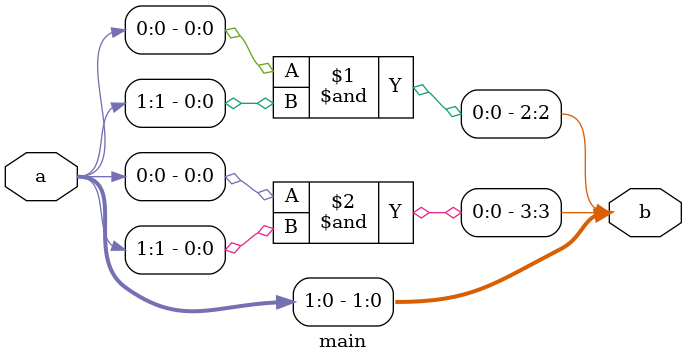
<source format=v>
module main(input wire [1:0] a, output wire [3:0] b);
   assign b = {a[0] & a[1], a[0] & a[1], a};
endmodule // main

</source>
